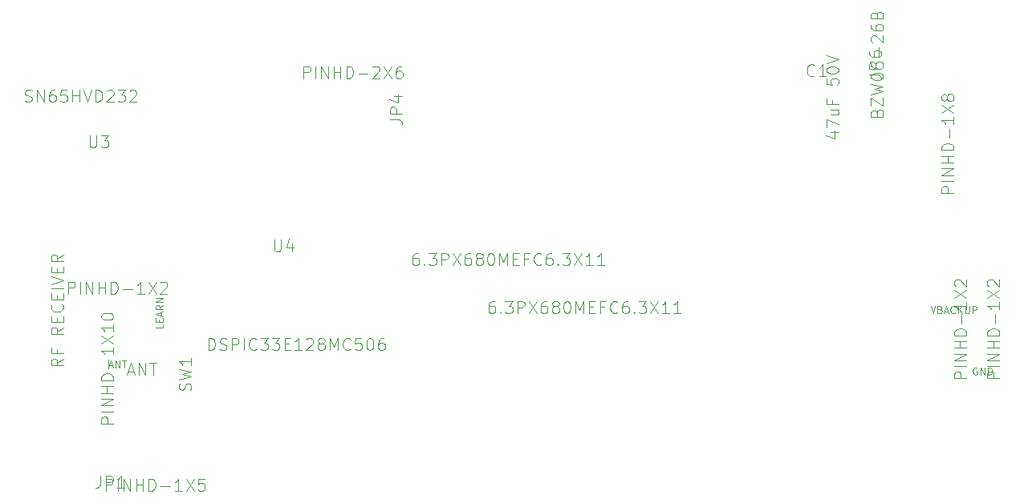
<source format=gbo>
G04 (created by PCBNEW (2013-07-07 BZR 4022)-stable) date 1/10/2014 11:06:00 AM*
%MOIN*%
G04 Gerber Fmt 3.4, Leading zero omitted, Abs format*
%FSLAX34Y34*%
G01*
G70*
G90*
G04 APERTURE LIST*
%ADD10C,0.00590551*%
%ADD11C,0.0035*%
G04 APERTURE END LIST*
G54D10*
G54D11*
X39778Y-10194D02*
X39755Y-10217D01*
X39683Y-10241D01*
X39636Y-10241D01*
X39564Y-10217D01*
X39516Y-10170D01*
X39493Y-10122D01*
X39469Y-10027D01*
X39469Y-9956D01*
X39493Y-9860D01*
X39516Y-9813D01*
X39564Y-9765D01*
X39636Y-9741D01*
X39683Y-9741D01*
X39755Y-9765D01*
X39778Y-9789D01*
X40255Y-10241D02*
X39969Y-10241D01*
X40112Y-10241D02*
X40112Y-9741D01*
X40064Y-9813D01*
X40016Y-9860D01*
X39969Y-9884D01*
X40435Y-12578D02*
X40769Y-12578D01*
X40245Y-12697D02*
X40602Y-12816D01*
X40602Y-12507D01*
X40269Y-12364D02*
X40269Y-12030D01*
X40769Y-12245D01*
X40435Y-11626D02*
X40769Y-11626D01*
X40435Y-11840D02*
X40697Y-11840D01*
X40745Y-11816D01*
X40769Y-11768D01*
X40769Y-11697D01*
X40745Y-11649D01*
X40721Y-11626D01*
X40507Y-11221D02*
X40507Y-11387D01*
X40769Y-11387D02*
X40269Y-11387D01*
X40269Y-11149D01*
X40269Y-10340D02*
X40269Y-10578D01*
X40507Y-10602D01*
X40483Y-10578D01*
X40459Y-10530D01*
X40459Y-10411D01*
X40483Y-10364D01*
X40507Y-10340D01*
X40555Y-10316D01*
X40674Y-10316D01*
X40721Y-10340D01*
X40745Y-10364D01*
X40769Y-10411D01*
X40769Y-10530D01*
X40745Y-10578D01*
X40721Y-10602D01*
X40269Y-10007D02*
X40269Y-9959D01*
X40293Y-9911D01*
X40316Y-9887D01*
X40364Y-9864D01*
X40459Y-9840D01*
X40578Y-9840D01*
X40674Y-9864D01*
X40721Y-9887D01*
X40745Y-9911D01*
X40769Y-9959D01*
X40769Y-10007D01*
X40745Y-10054D01*
X40721Y-10078D01*
X40674Y-10102D01*
X40578Y-10126D01*
X40459Y-10126D01*
X40364Y-10102D01*
X40316Y-10078D01*
X40293Y-10054D01*
X40269Y-10007D01*
X40269Y-9697D02*
X40769Y-9530D01*
X40269Y-9364D01*
X10114Y-26867D02*
X10114Y-27224D01*
X10091Y-27296D01*
X10043Y-27343D01*
X9971Y-27367D01*
X9924Y-27367D01*
X10352Y-27367D02*
X10352Y-26867D01*
X10543Y-26867D01*
X10591Y-26891D01*
X10614Y-26915D01*
X10638Y-26962D01*
X10638Y-27034D01*
X10614Y-27082D01*
X10591Y-27105D01*
X10543Y-27129D01*
X10352Y-27129D01*
X11114Y-27367D02*
X10829Y-27367D01*
X10971Y-27367D02*
X10971Y-26867D01*
X10924Y-26939D01*
X10876Y-26986D01*
X10829Y-27010D01*
X10338Y-27481D02*
X10338Y-26981D01*
X10528Y-26981D01*
X10576Y-27005D01*
X10600Y-27029D01*
X10623Y-27077D01*
X10623Y-27148D01*
X10600Y-27196D01*
X10576Y-27220D01*
X10528Y-27243D01*
X10338Y-27243D01*
X10838Y-27481D02*
X10838Y-26981D01*
X11076Y-27481D02*
X11076Y-26981D01*
X11362Y-27481D01*
X11362Y-26981D01*
X11600Y-27481D02*
X11600Y-26981D01*
X11600Y-27220D02*
X11885Y-27220D01*
X11885Y-27481D02*
X11885Y-26981D01*
X12123Y-27481D02*
X12123Y-26981D01*
X12242Y-26981D01*
X12314Y-27005D01*
X12362Y-27053D01*
X12385Y-27100D01*
X12409Y-27196D01*
X12409Y-27267D01*
X12385Y-27362D01*
X12362Y-27410D01*
X12314Y-27458D01*
X12242Y-27481D01*
X12123Y-27481D01*
X12623Y-27291D02*
X13004Y-27291D01*
X13504Y-27481D02*
X13219Y-27481D01*
X13362Y-27481D02*
X13362Y-26981D01*
X13314Y-27053D01*
X13266Y-27100D01*
X13219Y-27124D01*
X13671Y-26981D02*
X14004Y-27481D01*
X14004Y-26981D02*
X13671Y-27481D01*
X14433Y-26981D02*
X14195Y-26981D01*
X14171Y-27220D01*
X14195Y-27196D01*
X14242Y-27172D01*
X14362Y-27172D01*
X14409Y-27196D01*
X14433Y-27220D01*
X14457Y-27267D01*
X14457Y-27386D01*
X14433Y-27434D01*
X14409Y-27458D01*
X14362Y-27481D01*
X14242Y-27481D01*
X14195Y-27458D01*
X14171Y-27434D01*
X22143Y-12030D02*
X22500Y-12030D01*
X22571Y-12054D01*
X22619Y-12102D01*
X22643Y-12173D01*
X22643Y-12221D01*
X22643Y-11792D02*
X22143Y-11792D01*
X22143Y-11602D01*
X22167Y-11554D01*
X22190Y-11530D01*
X22238Y-11507D01*
X22309Y-11507D01*
X22357Y-11530D01*
X22381Y-11554D01*
X22405Y-11602D01*
X22405Y-11792D01*
X22309Y-11078D02*
X22643Y-11078D01*
X22119Y-11197D02*
X22476Y-11316D01*
X22476Y-11007D01*
X18546Y-10316D02*
X18546Y-9816D01*
X18737Y-9816D01*
X18784Y-9840D01*
X18808Y-9864D01*
X18832Y-9911D01*
X18832Y-9983D01*
X18808Y-10030D01*
X18784Y-10054D01*
X18737Y-10078D01*
X18546Y-10078D01*
X19046Y-10316D02*
X19046Y-9816D01*
X19284Y-10316D02*
X19284Y-9816D01*
X19570Y-10316D01*
X19570Y-9816D01*
X19808Y-10316D02*
X19808Y-9816D01*
X19808Y-10054D02*
X20094Y-10054D01*
X20094Y-10316D02*
X20094Y-9816D01*
X20332Y-10316D02*
X20332Y-9816D01*
X20451Y-9816D01*
X20523Y-9840D01*
X20570Y-9887D01*
X20594Y-9935D01*
X20618Y-10030D01*
X20618Y-10102D01*
X20594Y-10197D01*
X20570Y-10245D01*
X20523Y-10292D01*
X20451Y-10316D01*
X20332Y-10316D01*
X20832Y-10126D02*
X21213Y-10126D01*
X21427Y-9864D02*
X21451Y-9840D01*
X21499Y-9816D01*
X21618Y-9816D01*
X21665Y-9840D01*
X21689Y-9864D01*
X21713Y-9911D01*
X21713Y-9959D01*
X21689Y-10030D01*
X21404Y-10316D01*
X21713Y-10316D01*
X21880Y-9816D02*
X22213Y-10316D01*
X22213Y-9816D02*
X21880Y-10316D01*
X22618Y-9816D02*
X22523Y-9816D01*
X22475Y-9840D01*
X22451Y-9864D01*
X22404Y-9935D01*
X22380Y-10030D01*
X22380Y-10221D01*
X22404Y-10268D01*
X22427Y-10292D01*
X22475Y-10316D01*
X22570Y-10316D01*
X22618Y-10292D01*
X22642Y-10268D01*
X22665Y-10221D01*
X22665Y-10102D01*
X22642Y-10054D01*
X22618Y-10030D01*
X22570Y-10007D01*
X22475Y-10007D01*
X22427Y-10030D01*
X22404Y-10054D01*
X22380Y-10102D01*
X44600Y-19804D02*
X44699Y-20099D01*
X44797Y-19804D01*
X44994Y-19945D02*
X45036Y-19959D01*
X45050Y-19973D01*
X45064Y-20001D01*
X45064Y-20043D01*
X45050Y-20071D01*
X45036Y-20085D01*
X45008Y-20099D01*
X44895Y-20099D01*
X44895Y-19804D01*
X44994Y-19804D01*
X45022Y-19818D01*
X45036Y-19832D01*
X45050Y-19860D01*
X45050Y-19888D01*
X45036Y-19917D01*
X45022Y-19931D01*
X44994Y-19945D01*
X44895Y-19945D01*
X45177Y-20015D02*
X45317Y-20015D01*
X45149Y-20099D02*
X45247Y-19804D01*
X45345Y-20099D01*
X45613Y-20071D02*
X45598Y-20085D01*
X45556Y-20099D01*
X45528Y-20099D01*
X45486Y-20085D01*
X45458Y-20057D01*
X45444Y-20029D01*
X45430Y-19973D01*
X45430Y-19931D01*
X45444Y-19874D01*
X45458Y-19846D01*
X45486Y-19818D01*
X45528Y-19804D01*
X45556Y-19804D01*
X45598Y-19818D01*
X45613Y-19832D01*
X45739Y-20099D02*
X45739Y-19804D01*
X45908Y-20099D02*
X45781Y-19931D01*
X45908Y-19804D02*
X45739Y-19973D01*
X46034Y-19804D02*
X46034Y-20043D01*
X46048Y-20071D01*
X46062Y-20085D01*
X46091Y-20099D01*
X46147Y-20099D01*
X46175Y-20085D01*
X46189Y-20071D01*
X46203Y-20043D01*
X46203Y-19804D01*
X46344Y-20099D02*
X46344Y-19804D01*
X46456Y-19804D01*
X46484Y-19818D01*
X46498Y-19832D01*
X46512Y-19860D01*
X46512Y-19902D01*
X46498Y-19931D01*
X46484Y-19945D01*
X46456Y-19959D01*
X46344Y-19959D01*
X46084Y-22807D02*
X45584Y-22807D01*
X45584Y-22616D01*
X45608Y-22569D01*
X45631Y-22545D01*
X45679Y-22521D01*
X45750Y-22521D01*
X45798Y-22545D01*
X45822Y-22569D01*
X45846Y-22616D01*
X45846Y-22807D01*
X46084Y-22307D02*
X45584Y-22307D01*
X46084Y-22069D02*
X45584Y-22069D01*
X46084Y-21783D01*
X45584Y-21783D01*
X46084Y-21545D02*
X45584Y-21545D01*
X45822Y-21545D02*
X45822Y-21259D01*
X46084Y-21259D02*
X45584Y-21259D01*
X46084Y-21021D02*
X45584Y-21021D01*
X45584Y-20902D01*
X45608Y-20831D01*
X45655Y-20783D01*
X45703Y-20759D01*
X45798Y-20736D01*
X45869Y-20736D01*
X45965Y-20759D01*
X46012Y-20783D01*
X46060Y-20831D01*
X46084Y-20902D01*
X46084Y-21021D01*
X45893Y-20521D02*
X45893Y-20140D01*
X46084Y-19640D02*
X46084Y-19926D01*
X46084Y-19783D02*
X45584Y-19783D01*
X45655Y-19831D01*
X45703Y-19878D01*
X45727Y-19926D01*
X45584Y-19474D02*
X46084Y-19140D01*
X45584Y-19140D02*
X46084Y-19474D01*
X45631Y-18974D02*
X45608Y-18950D01*
X45584Y-18902D01*
X45584Y-18783D01*
X45608Y-18736D01*
X45631Y-18712D01*
X45679Y-18688D01*
X45727Y-18688D01*
X45798Y-18712D01*
X46084Y-18997D01*
X46084Y-18688D01*
X42044Y-10160D02*
X42402Y-10160D01*
X42473Y-10184D01*
X42521Y-10232D01*
X42544Y-10303D01*
X42544Y-10351D01*
X42544Y-9922D02*
X42044Y-9922D01*
X42044Y-9732D01*
X42068Y-9684D01*
X42092Y-9660D01*
X42140Y-9636D01*
X42211Y-9636D01*
X42259Y-9660D01*
X42282Y-9684D01*
X42306Y-9732D01*
X42306Y-9922D01*
X42044Y-9208D02*
X42044Y-9303D01*
X42068Y-9351D01*
X42092Y-9375D01*
X42163Y-9422D01*
X42259Y-9446D01*
X42449Y-9446D01*
X42497Y-9422D01*
X42521Y-9398D01*
X42544Y-9351D01*
X42544Y-9255D01*
X42521Y-9208D01*
X42497Y-9184D01*
X42449Y-9160D01*
X42330Y-9160D01*
X42282Y-9184D01*
X42259Y-9208D01*
X42235Y-9255D01*
X42235Y-9351D01*
X42259Y-9398D01*
X42282Y-9422D01*
X42330Y-9446D01*
X42365Y-11751D02*
X42389Y-11680D01*
X42413Y-11656D01*
X42460Y-11632D01*
X42532Y-11632D01*
X42579Y-11656D01*
X42603Y-11680D01*
X42627Y-11728D01*
X42627Y-11918D01*
X42127Y-11918D01*
X42127Y-11751D01*
X42151Y-11704D01*
X42175Y-11680D01*
X42222Y-11656D01*
X42270Y-11656D01*
X42318Y-11680D01*
X42341Y-11704D01*
X42365Y-11751D01*
X42365Y-11918D01*
X42127Y-11466D02*
X42127Y-11132D01*
X42627Y-11466D01*
X42627Y-11132D01*
X42127Y-10990D02*
X42627Y-10871D01*
X42270Y-10775D01*
X42627Y-10680D01*
X42127Y-10561D01*
X42127Y-10275D02*
X42127Y-10228D01*
X42151Y-10180D01*
X42175Y-10156D01*
X42222Y-10132D01*
X42318Y-10109D01*
X42437Y-10109D01*
X42532Y-10132D01*
X42579Y-10156D01*
X42603Y-10180D01*
X42627Y-10228D01*
X42627Y-10275D01*
X42603Y-10323D01*
X42579Y-10347D01*
X42532Y-10371D01*
X42437Y-10394D01*
X42318Y-10394D01*
X42222Y-10371D01*
X42175Y-10347D01*
X42151Y-10323D01*
X42127Y-10275D01*
X42127Y-9680D02*
X42127Y-9775D01*
X42151Y-9823D01*
X42175Y-9847D01*
X42246Y-9894D01*
X42341Y-9918D01*
X42532Y-9918D01*
X42579Y-9894D01*
X42603Y-9871D01*
X42627Y-9823D01*
X42627Y-9728D01*
X42603Y-9680D01*
X42579Y-9656D01*
X42532Y-9632D01*
X42413Y-9632D01*
X42365Y-9656D01*
X42341Y-9680D01*
X42318Y-9728D01*
X42318Y-9823D01*
X42341Y-9871D01*
X42365Y-9894D01*
X42413Y-9918D01*
X42437Y-9418D02*
X42437Y-9037D01*
X42175Y-8823D02*
X42151Y-8799D01*
X42127Y-8751D01*
X42127Y-8632D01*
X42151Y-8585D01*
X42175Y-8561D01*
X42222Y-8537D01*
X42270Y-8537D01*
X42341Y-8561D01*
X42627Y-8847D01*
X42627Y-8537D01*
X42127Y-8109D02*
X42127Y-8204D01*
X42151Y-8251D01*
X42175Y-8275D01*
X42246Y-8323D01*
X42341Y-8347D01*
X42532Y-8347D01*
X42579Y-8323D01*
X42603Y-8299D01*
X42627Y-8251D01*
X42627Y-8156D01*
X42603Y-8109D01*
X42579Y-8085D01*
X42532Y-8061D01*
X42413Y-8061D01*
X42365Y-8085D01*
X42341Y-8109D01*
X42318Y-8156D01*
X42318Y-8251D01*
X42341Y-8299D01*
X42365Y-8323D01*
X42413Y-8347D01*
X42365Y-7680D02*
X42389Y-7609D01*
X42413Y-7585D01*
X42460Y-7561D01*
X42532Y-7561D01*
X42579Y-7585D01*
X42603Y-7609D01*
X42627Y-7656D01*
X42627Y-7847D01*
X42127Y-7847D01*
X42127Y-7680D01*
X42151Y-7632D01*
X42175Y-7609D01*
X42222Y-7585D01*
X42270Y-7585D01*
X42318Y-7609D01*
X42341Y-7632D01*
X42365Y-7680D01*
X42365Y-7847D01*
X23309Y-17600D02*
X23213Y-17600D01*
X23166Y-17623D01*
X23142Y-17647D01*
X23094Y-17719D01*
X23070Y-17814D01*
X23070Y-18004D01*
X23094Y-18052D01*
X23118Y-18076D01*
X23166Y-18100D01*
X23261Y-18100D01*
X23309Y-18076D01*
X23332Y-18052D01*
X23356Y-18004D01*
X23356Y-17885D01*
X23332Y-17838D01*
X23309Y-17814D01*
X23261Y-17790D01*
X23166Y-17790D01*
X23118Y-17814D01*
X23094Y-17838D01*
X23070Y-17885D01*
X23570Y-18052D02*
X23594Y-18076D01*
X23570Y-18100D01*
X23547Y-18076D01*
X23570Y-18052D01*
X23570Y-18100D01*
X23761Y-17600D02*
X24070Y-17600D01*
X23904Y-17790D01*
X23975Y-17790D01*
X24023Y-17814D01*
X24047Y-17838D01*
X24070Y-17885D01*
X24070Y-18004D01*
X24047Y-18052D01*
X24023Y-18076D01*
X23975Y-18100D01*
X23832Y-18100D01*
X23785Y-18076D01*
X23761Y-18052D01*
X24285Y-18100D02*
X24285Y-17600D01*
X24475Y-17600D01*
X24523Y-17623D01*
X24547Y-17647D01*
X24570Y-17695D01*
X24570Y-17766D01*
X24547Y-17814D01*
X24523Y-17838D01*
X24475Y-17861D01*
X24285Y-17861D01*
X24737Y-17600D02*
X25070Y-18100D01*
X25070Y-17600D02*
X24737Y-18100D01*
X25475Y-17600D02*
X25380Y-17600D01*
X25332Y-17623D01*
X25309Y-17647D01*
X25261Y-17719D01*
X25237Y-17814D01*
X25237Y-18004D01*
X25261Y-18052D01*
X25285Y-18076D01*
X25332Y-18100D01*
X25428Y-18100D01*
X25475Y-18076D01*
X25499Y-18052D01*
X25523Y-18004D01*
X25523Y-17885D01*
X25499Y-17838D01*
X25475Y-17814D01*
X25428Y-17790D01*
X25332Y-17790D01*
X25285Y-17814D01*
X25261Y-17838D01*
X25237Y-17885D01*
X25809Y-17814D02*
X25761Y-17790D01*
X25737Y-17766D01*
X25713Y-17719D01*
X25713Y-17695D01*
X25737Y-17647D01*
X25761Y-17623D01*
X25809Y-17600D01*
X25904Y-17600D01*
X25951Y-17623D01*
X25975Y-17647D01*
X25999Y-17695D01*
X25999Y-17719D01*
X25975Y-17766D01*
X25951Y-17790D01*
X25904Y-17814D01*
X25809Y-17814D01*
X25761Y-17838D01*
X25737Y-17861D01*
X25713Y-17909D01*
X25713Y-18004D01*
X25737Y-18052D01*
X25761Y-18076D01*
X25809Y-18100D01*
X25904Y-18100D01*
X25951Y-18076D01*
X25975Y-18052D01*
X25999Y-18004D01*
X25999Y-17909D01*
X25975Y-17861D01*
X25951Y-17838D01*
X25904Y-17814D01*
X26309Y-17600D02*
X26356Y-17600D01*
X26404Y-17623D01*
X26428Y-17647D01*
X26451Y-17695D01*
X26475Y-17790D01*
X26475Y-17909D01*
X26451Y-18004D01*
X26428Y-18052D01*
X26404Y-18076D01*
X26356Y-18100D01*
X26309Y-18100D01*
X26261Y-18076D01*
X26237Y-18052D01*
X26213Y-18004D01*
X26190Y-17909D01*
X26190Y-17790D01*
X26213Y-17695D01*
X26237Y-17647D01*
X26261Y-17623D01*
X26309Y-17600D01*
X26690Y-18100D02*
X26690Y-17600D01*
X26856Y-17957D01*
X27023Y-17600D01*
X27023Y-18100D01*
X27261Y-17838D02*
X27428Y-17838D01*
X27499Y-18100D02*
X27261Y-18100D01*
X27261Y-17600D01*
X27499Y-17600D01*
X27880Y-17838D02*
X27713Y-17838D01*
X27713Y-18100D02*
X27713Y-17600D01*
X27951Y-17600D01*
X28428Y-18052D02*
X28404Y-18076D01*
X28332Y-18100D01*
X28285Y-18100D01*
X28213Y-18076D01*
X28166Y-18028D01*
X28142Y-17980D01*
X28118Y-17885D01*
X28118Y-17814D01*
X28142Y-17719D01*
X28166Y-17671D01*
X28213Y-17623D01*
X28285Y-17600D01*
X28332Y-17600D01*
X28404Y-17623D01*
X28428Y-17647D01*
X28856Y-17600D02*
X28761Y-17600D01*
X28713Y-17623D01*
X28690Y-17647D01*
X28642Y-17719D01*
X28618Y-17814D01*
X28618Y-18004D01*
X28642Y-18052D01*
X28666Y-18076D01*
X28713Y-18100D01*
X28809Y-18100D01*
X28856Y-18076D01*
X28880Y-18052D01*
X28904Y-18004D01*
X28904Y-17885D01*
X28880Y-17838D01*
X28856Y-17814D01*
X28809Y-17790D01*
X28713Y-17790D01*
X28666Y-17814D01*
X28642Y-17838D01*
X28618Y-17885D01*
X29118Y-18052D02*
X29142Y-18076D01*
X29118Y-18100D01*
X29094Y-18076D01*
X29118Y-18052D01*
X29118Y-18100D01*
X29309Y-17600D02*
X29618Y-17600D01*
X29451Y-17790D01*
X29523Y-17790D01*
X29570Y-17814D01*
X29594Y-17838D01*
X29618Y-17885D01*
X29618Y-18004D01*
X29594Y-18052D01*
X29570Y-18076D01*
X29523Y-18100D01*
X29380Y-18100D01*
X29332Y-18076D01*
X29309Y-18052D01*
X29785Y-17600D02*
X30118Y-18100D01*
X30118Y-17600D02*
X29785Y-18100D01*
X30570Y-18100D02*
X30285Y-18100D01*
X30428Y-18100D02*
X30428Y-17600D01*
X30380Y-17671D01*
X30332Y-17719D01*
X30285Y-17742D01*
X31047Y-18100D02*
X30761Y-18100D01*
X30904Y-18100D02*
X30904Y-17600D01*
X30856Y-17671D01*
X30809Y-17719D01*
X30761Y-17742D01*
X26474Y-19600D02*
X26379Y-19600D01*
X26331Y-19623D01*
X26307Y-19647D01*
X26260Y-19719D01*
X26236Y-19814D01*
X26236Y-20004D01*
X26260Y-20052D01*
X26283Y-20076D01*
X26331Y-20100D01*
X26426Y-20100D01*
X26474Y-20076D01*
X26498Y-20052D01*
X26522Y-20004D01*
X26522Y-19885D01*
X26498Y-19838D01*
X26474Y-19814D01*
X26426Y-19790D01*
X26331Y-19790D01*
X26283Y-19814D01*
X26260Y-19838D01*
X26236Y-19885D01*
X26736Y-20052D02*
X26760Y-20076D01*
X26736Y-20100D01*
X26712Y-20076D01*
X26736Y-20052D01*
X26736Y-20100D01*
X26926Y-19600D02*
X27236Y-19600D01*
X27069Y-19790D01*
X27141Y-19790D01*
X27188Y-19814D01*
X27212Y-19838D01*
X27236Y-19885D01*
X27236Y-20004D01*
X27212Y-20052D01*
X27188Y-20076D01*
X27141Y-20100D01*
X26998Y-20100D01*
X26950Y-20076D01*
X26926Y-20052D01*
X27450Y-20100D02*
X27450Y-19600D01*
X27641Y-19600D01*
X27688Y-19623D01*
X27712Y-19647D01*
X27736Y-19695D01*
X27736Y-19766D01*
X27712Y-19814D01*
X27688Y-19838D01*
X27641Y-19861D01*
X27450Y-19861D01*
X27902Y-19600D02*
X28236Y-20100D01*
X28236Y-19600D02*
X27902Y-20100D01*
X28641Y-19600D02*
X28545Y-19600D01*
X28498Y-19623D01*
X28474Y-19647D01*
X28426Y-19719D01*
X28402Y-19814D01*
X28402Y-20004D01*
X28426Y-20052D01*
X28450Y-20076D01*
X28498Y-20100D01*
X28593Y-20100D01*
X28641Y-20076D01*
X28664Y-20052D01*
X28688Y-20004D01*
X28688Y-19885D01*
X28664Y-19838D01*
X28641Y-19814D01*
X28593Y-19790D01*
X28498Y-19790D01*
X28450Y-19814D01*
X28426Y-19838D01*
X28402Y-19885D01*
X28974Y-19814D02*
X28926Y-19790D01*
X28902Y-19766D01*
X28879Y-19719D01*
X28879Y-19695D01*
X28902Y-19647D01*
X28926Y-19623D01*
X28974Y-19600D01*
X29069Y-19600D01*
X29117Y-19623D01*
X29141Y-19647D01*
X29164Y-19695D01*
X29164Y-19719D01*
X29141Y-19766D01*
X29117Y-19790D01*
X29069Y-19814D01*
X28974Y-19814D01*
X28926Y-19838D01*
X28902Y-19861D01*
X28879Y-19909D01*
X28879Y-20004D01*
X28902Y-20052D01*
X28926Y-20076D01*
X28974Y-20100D01*
X29069Y-20100D01*
X29117Y-20076D01*
X29141Y-20052D01*
X29164Y-20004D01*
X29164Y-19909D01*
X29141Y-19861D01*
X29117Y-19838D01*
X29069Y-19814D01*
X29474Y-19600D02*
X29522Y-19600D01*
X29569Y-19623D01*
X29593Y-19647D01*
X29617Y-19695D01*
X29641Y-19790D01*
X29641Y-19909D01*
X29617Y-20004D01*
X29593Y-20052D01*
X29569Y-20076D01*
X29522Y-20100D01*
X29474Y-20100D01*
X29426Y-20076D01*
X29402Y-20052D01*
X29379Y-20004D01*
X29355Y-19909D01*
X29355Y-19790D01*
X29379Y-19695D01*
X29402Y-19647D01*
X29426Y-19623D01*
X29474Y-19600D01*
X29855Y-20100D02*
X29855Y-19600D01*
X30022Y-19957D01*
X30188Y-19600D01*
X30188Y-20100D01*
X30426Y-19838D02*
X30593Y-19838D01*
X30664Y-20100D02*
X30426Y-20100D01*
X30426Y-19600D01*
X30664Y-19600D01*
X31045Y-19838D02*
X30879Y-19838D01*
X30879Y-20100D02*
X30879Y-19600D01*
X31117Y-19600D01*
X31593Y-20052D02*
X31569Y-20076D01*
X31498Y-20100D01*
X31450Y-20100D01*
X31379Y-20076D01*
X31331Y-20028D01*
X31307Y-19980D01*
X31283Y-19885D01*
X31283Y-19814D01*
X31307Y-19719D01*
X31331Y-19671D01*
X31379Y-19623D01*
X31450Y-19600D01*
X31498Y-19600D01*
X31569Y-19623D01*
X31593Y-19647D01*
X32022Y-19600D02*
X31926Y-19600D01*
X31879Y-19623D01*
X31855Y-19647D01*
X31807Y-19719D01*
X31783Y-19814D01*
X31783Y-20004D01*
X31807Y-20052D01*
X31831Y-20076D01*
X31879Y-20100D01*
X31974Y-20100D01*
X32022Y-20076D01*
X32045Y-20052D01*
X32069Y-20004D01*
X32069Y-19885D01*
X32045Y-19838D01*
X32022Y-19814D01*
X31974Y-19790D01*
X31879Y-19790D01*
X31831Y-19814D01*
X31807Y-19838D01*
X31783Y-19885D01*
X32283Y-20052D02*
X32307Y-20076D01*
X32283Y-20100D01*
X32260Y-20076D01*
X32283Y-20052D01*
X32283Y-20100D01*
X32474Y-19600D02*
X32783Y-19600D01*
X32617Y-19790D01*
X32688Y-19790D01*
X32736Y-19814D01*
X32760Y-19838D01*
X32783Y-19885D01*
X32783Y-20004D01*
X32760Y-20052D01*
X32736Y-20076D01*
X32688Y-20100D01*
X32545Y-20100D01*
X32498Y-20076D01*
X32474Y-20052D01*
X32950Y-19600D02*
X33283Y-20100D01*
X33283Y-19600D02*
X32950Y-20100D01*
X33736Y-20100D02*
X33450Y-20100D01*
X33593Y-20100D02*
X33593Y-19600D01*
X33545Y-19671D01*
X33498Y-19719D01*
X33450Y-19742D01*
X34212Y-20100D02*
X33926Y-20100D01*
X34069Y-20100D02*
X34069Y-19600D01*
X34022Y-19671D01*
X33974Y-19719D01*
X33926Y-19742D01*
X8568Y-21992D02*
X8330Y-22158D01*
X8568Y-22277D02*
X8068Y-22277D01*
X8068Y-22087D01*
X8092Y-22039D01*
X8116Y-22016D01*
X8163Y-21992D01*
X8235Y-21992D01*
X8282Y-22016D01*
X8306Y-22039D01*
X8330Y-22087D01*
X8330Y-22277D01*
X8306Y-21611D02*
X8306Y-21777D01*
X8568Y-21777D02*
X8068Y-21777D01*
X8068Y-21539D01*
X8568Y-20682D02*
X8330Y-20849D01*
X8568Y-20968D02*
X8068Y-20968D01*
X8068Y-20777D01*
X8092Y-20730D01*
X8116Y-20706D01*
X8163Y-20682D01*
X8235Y-20682D01*
X8282Y-20706D01*
X8306Y-20730D01*
X8330Y-20777D01*
X8330Y-20968D01*
X8306Y-20468D02*
X8306Y-20301D01*
X8568Y-20230D02*
X8568Y-20468D01*
X8068Y-20468D01*
X8068Y-20230D01*
X8520Y-19730D02*
X8544Y-19754D01*
X8568Y-19825D01*
X8568Y-19873D01*
X8544Y-19944D01*
X8497Y-19992D01*
X8449Y-20016D01*
X8354Y-20039D01*
X8282Y-20039D01*
X8187Y-20016D01*
X8139Y-19992D01*
X8092Y-19944D01*
X8068Y-19873D01*
X8068Y-19825D01*
X8092Y-19754D01*
X8116Y-19730D01*
X8306Y-19516D02*
X8306Y-19349D01*
X8568Y-19277D02*
X8568Y-19516D01*
X8068Y-19516D01*
X8068Y-19277D01*
X8568Y-19063D02*
X8068Y-19063D01*
X8068Y-18896D02*
X8568Y-18730D01*
X8068Y-18563D01*
X8306Y-18396D02*
X8306Y-18230D01*
X8568Y-18158D02*
X8568Y-18396D01*
X8068Y-18396D01*
X8068Y-18158D01*
X8568Y-17658D02*
X8330Y-17825D01*
X8568Y-17944D02*
X8068Y-17944D01*
X8068Y-17754D01*
X8092Y-17706D01*
X8116Y-17682D01*
X8163Y-17658D01*
X8235Y-17658D01*
X8282Y-17682D01*
X8306Y-17706D01*
X8330Y-17754D01*
X8330Y-17944D01*
X10651Y-24683D02*
X10151Y-24683D01*
X10151Y-24492D01*
X10175Y-24445D01*
X10198Y-24421D01*
X10246Y-24397D01*
X10317Y-24397D01*
X10365Y-24421D01*
X10389Y-24445D01*
X10413Y-24492D01*
X10413Y-24683D01*
X10651Y-24183D02*
X10151Y-24183D01*
X10651Y-23945D02*
X10151Y-23945D01*
X10651Y-23659D01*
X10151Y-23659D01*
X10651Y-23421D02*
X10151Y-23421D01*
X10389Y-23421D02*
X10389Y-23135D01*
X10651Y-23135D02*
X10151Y-23135D01*
X10651Y-22897D02*
X10151Y-22897D01*
X10151Y-22778D01*
X10175Y-22707D01*
X10222Y-22659D01*
X10270Y-22635D01*
X10365Y-22611D01*
X10436Y-22611D01*
X10532Y-22635D01*
X10579Y-22659D01*
X10627Y-22707D01*
X10651Y-22778D01*
X10651Y-22897D01*
X10460Y-22397D02*
X10460Y-22016D01*
X10651Y-21516D02*
X10651Y-21802D01*
X10651Y-21659D02*
X10151Y-21659D01*
X10222Y-21707D01*
X10270Y-21754D01*
X10294Y-21802D01*
X10151Y-21350D02*
X10651Y-21016D01*
X10151Y-21016D02*
X10651Y-21350D01*
X10651Y-20564D02*
X10651Y-20850D01*
X10651Y-20707D02*
X10151Y-20707D01*
X10222Y-20754D01*
X10270Y-20802D01*
X10294Y-20850D01*
X10151Y-20254D02*
X10151Y-20207D01*
X10175Y-20159D01*
X10198Y-20135D01*
X10246Y-20111D01*
X10341Y-20088D01*
X10460Y-20088D01*
X10555Y-20111D01*
X10603Y-20135D01*
X10627Y-20159D01*
X10651Y-20207D01*
X10651Y-20254D01*
X10627Y-20302D01*
X10603Y-20326D01*
X10555Y-20350D01*
X10460Y-20373D01*
X10341Y-20373D01*
X10246Y-20350D01*
X10198Y-20326D01*
X10175Y-20302D01*
X10151Y-20254D01*
X10489Y-22279D02*
X10629Y-22279D01*
X10461Y-22363D02*
X10559Y-22068D01*
X10658Y-22363D01*
X10756Y-22363D02*
X10756Y-22068D01*
X10925Y-22363D01*
X10925Y-22068D01*
X11023Y-22068D02*
X11192Y-22068D01*
X11107Y-22363D02*
X11107Y-22068D01*
X11255Y-22516D02*
X11493Y-22516D01*
X11207Y-22659D02*
X11374Y-22159D01*
X11541Y-22659D01*
X11707Y-22659D02*
X11707Y-22159D01*
X11993Y-22659D01*
X11993Y-22159D01*
X12160Y-22159D02*
X12445Y-22159D01*
X12302Y-22659D02*
X12302Y-22159D01*
X12717Y-20549D02*
X12717Y-20690D01*
X12422Y-20690D01*
X12563Y-20451D02*
X12563Y-20352D01*
X12717Y-20310D02*
X12717Y-20451D01*
X12422Y-20451D01*
X12422Y-20310D01*
X12633Y-20198D02*
X12633Y-20057D01*
X12717Y-20226D02*
X12422Y-20127D01*
X12717Y-20029D01*
X12717Y-19762D02*
X12577Y-19860D01*
X12717Y-19931D02*
X12422Y-19931D01*
X12422Y-19818D01*
X12436Y-19790D01*
X12450Y-19776D01*
X12478Y-19762D01*
X12521Y-19762D01*
X12549Y-19776D01*
X12563Y-19790D01*
X12577Y-19818D01*
X12577Y-19931D01*
X12717Y-19635D02*
X12422Y-19635D01*
X12717Y-19467D01*
X12422Y-19467D01*
X8771Y-19281D02*
X8771Y-18781D01*
X8961Y-18781D01*
X9009Y-18804D01*
X9033Y-18828D01*
X9056Y-18876D01*
X9056Y-18947D01*
X9033Y-18995D01*
X9009Y-19019D01*
X8961Y-19043D01*
X8771Y-19043D01*
X9271Y-19281D02*
X9271Y-18781D01*
X9509Y-19281D02*
X9509Y-18781D01*
X9795Y-19281D01*
X9795Y-18781D01*
X10033Y-19281D02*
X10033Y-18781D01*
X10033Y-19019D02*
X10318Y-19019D01*
X10318Y-19281D02*
X10318Y-18781D01*
X10556Y-19281D02*
X10556Y-18781D01*
X10676Y-18781D01*
X10747Y-18804D01*
X10795Y-18852D01*
X10818Y-18900D01*
X10842Y-18995D01*
X10842Y-19066D01*
X10818Y-19162D01*
X10795Y-19209D01*
X10747Y-19257D01*
X10676Y-19281D01*
X10556Y-19281D01*
X11056Y-19090D02*
X11437Y-19090D01*
X11937Y-19281D02*
X11652Y-19281D01*
X11795Y-19281D02*
X11795Y-18781D01*
X11747Y-18852D01*
X11699Y-18900D01*
X11652Y-18923D01*
X12104Y-18781D02*
X12437Y-19281D01*
X12437Y-18781D02*
X12104Y-19281D01*
X12604Y-18828D02*
X12628Y-18804D01*
X12676Y-18781D01*
X12795Y-18781D01*
X12842Y-18804D01*
X12866Y-18828D01*
X12890Y-18876D01*
X12890Y-18923D01*
X12866Y-18995D01*
X12580Y-19281D01*
X12890Y-19281D01*
X9669Y-12696D02*
X9669Y-13100D01*
X9692Y-13148D01*
X9716Y-13172D01*
X9764Y-13196D01*
X9859Y-13196D01*
X9907Y-13172D01*
X9930Y-13148D01*
X9954Y-13100D01*
X9954Y-12696D01*
X10145Y-12696D02*
X10454Y-12696D01*
X10288Y-12886D01*
X10359Y-12886D01*
X10407Y-12910D01*
X10430Y-12934D01*
X10454Y-12981D01*
X10454Y-13100D01*
X10430Y-13148D01*
X10407Y-13172D01*
X10359Y-13196D01*
X10216Y-13196D01*
X10169Y-13172D01*
X10145Y-13148D01*
X6978Y-11278D02*
X7050Y-11302D01*
X7169Y-11302D01*
X7216Y-11278D01*
X7240Y-11254D01*
X7264Y-11207D01*
X7264Y-11159D01*
X7240Y-11111D01*
X7216Y-11088D01*
X7169Y-11064D01*
X7073Y-11040D01*
X7026Y-11016D01*
X7002Y-10992D01*
X6978Y-10945D01*
X6978Y-10897D01*
X7002Y-10850D01*
X7026Y-10826D01*
X7073Y-10802D01*
X7192Y-10802D01*
X7264Y-10826D01*
X7478Y-11302D02*
X7478Y-10802D01*
X7764Y-11302D01*
X7764Y-10802D01*
X8216Y-10802D02*
X8121Y-10802D01*
X8073Y-10826D01*
X8050Y-10850D01*
X8002Y-10921D01*
X7978Y-11016D01*
X7978Y-11207D01*
X8002Y-11254D01*
X8026Y-11278D01*
X8073Y-11302D01*
X8169Y-11302D01*
X8216Y-11278D01*
X8240Y-11254D01*
X8264Y-11207D01*
X8264Y-11088D01*
X8240Y-11040D01*
X8216Y-11016D01*
X8169Y-10992D01*
X8073Y-10992D01*
X8026Y-11016D01*
X8002Y-11040D01*
X7978Y-11088D01*
X8716Y-10802D02*
X8478Y-10802D01*
X8454Y-11040D01*
X8478Y-11016D01*
X8526Y-10992D01*
X8645Y-10992D01*
X8692Y-11016D01*
X8716Y-11040D01*
X8740Y-11088D01*
X8740Y-11207D01*
X8716Y-11254D01*
X8692Y-11278D01*
X8645Y-11302D01*
X8526Y-11302D01*
X8478Y-11278D01*
X8454Y-11254D01*
X8954Y-11302D02*
X8954Y-10802D01*
X8954Y-11040D02*
X9240Y-11040D01*
X9240Y-11302D02*
X9240Y-10802D01*
X9407Y-10802D02*
X9573Y-11302D01*
X9740Y-10802D01*
X9907Y-11302D02*
X9907Y-10802D01*
X10026Y-10802D01*
X10097Y-10826D01*
X10145Y-10873D01*
X10169Y-10921D01*
X10192Y-11016D01*
X10192Y-11088D01*
X10169Y-11183D01*
X10145Y-11230D01*
X10097Y-11278D01*
X10026Y-11302D01*
X9907Y-11302D01*
X10383Y-10850D02*
X10407Y-10826D01*
X10454Y-10802D01*
X10573Y-10802D01*
X10621Y-10826D01*
X10645Y-10850D01*
X10669Y-10897D01*
X10669Y-10945D01*
X10645Y-11016D01*
X10359Y-11302D01*
X10669Y-11302D01*
X10835Y-10802D02*
X11145Y-10802D01*
X10978Y-10992D01*
X11050Y-10992D01*
X11097Y-11016D01*
X11121Y-11040D01*
X11145Y-11088D01*
X11145Y-11207D01*
X11121Y-11254D01*
X11097Y-11278D01*
X11050Y-11302D01*
X10907Y-11302D01*
X10859Y-11278D01*
X10835Y-11254D01*
X11335Y-10850D02*
X11359Y-10826D01*
X11407Y-10802D01*
X11526Y-10802D01*
X11573Y-10826D01*
X11597Y-10850D01*
X11621Y-10897D01*
X11621Y-10945D01*
X11597Y-11016D01*
X11311Y-11302D01*
X11621Y-11302D01*
X17335Y-17025D02*
X17335Y-17429D01*
X17359Y-17477D01*
X17383Y-17501D01*
X17430Y-17525D01*
X17526Y-17525D01*
X17573Y-17501D01*
X17597Y-17477D01*
X17621Y-17429D01*
X17621Y-17025D01*
X18073Y-17191D02*
X18073Y-17525D01*
X17954Y-17001D02*
X17835Y-17358D01*
X18145Y-17358D01*
X14599Y-21634D02*
X14599Y-21134D01*
X14718Y-21134D01*
X14789Y-21158D01*
X14837Y-21205D01*
X14861Y-21253D01*
X14884Y-21348D01*
X14884Y-21420D01*
X14861Y-21515D01*
X14837Y-21563D01*
X14789Y-21610D01*
X14718Y-21634D01*
X14599Y-21634D01*
X15075Y-21610D02*
X15146Y-21634D01*
X15265Y-21634D01*
X15313Y-21610D01*
X15337Y-21586D01*
X15361Y-21539D01*
X15361Y-21491D01*
X15337Y-21443D01*
X15313Y-21420D01*
X15265Y-21396D01*
X15170Y-21372D01*
X15122Y-21348D01*
X15099Y-21324D01*
X15075Y-21277D01*
X15075Y-21229D01*
X15099Y-21182D01*
X15122Y-21158D01*
X15170Y-21134D01*
X15289Y-21134D01*
X15361Y-21158D01*
X15575Y-21634D02*
X15575Y-21134D01*
X15765Y-21134D01*
X15813Y-21158D01*
X15837Y-21182D01*
X15861Y-21229D01*
X15861Y-21301D01*
X15837Y-21348D01*
X15813Y-21372D01*
X15765Y-21396D01*
X15575Y-21396D01*
X16075Y-21634D02*
X16075Y-21134D01*
X16599Y-21586D02*
X16575Y-21610D01*
X16503Y-21634D01*
X16456Y-21634D01*
X16384Y-21610D01*
X16337Y-21563D01*
X16313Y-21515D01*
X16289Y-21420D01*
X16289Y-21348D01*
X16313Y-21253D01*
X16337Y-21205D01*
X16384Y-21158D01*
X16456Y-21134D01*
X16503Y-21134D01*
X16575Y-21158D01*
X16599Y-21182D01*
X16765Y-21134D02*
X17075Y-21134D01*
X16908Y-21324D01*
X16980Y-21324D01*
X17027Y-21348D01*
X17051Y-21372D01*
X17075Y-21420D01*
X17075Y-21539D01*
X17051Y-21586D01*
X17027Y-21610D01*
X16980Y-21634D01*
X16837Y-21634D01*
X16789Y-21610D01*
X16765Y-21586D01*
X17242Y-21134D02*
X17551Y-21134D01*
X17384Y-21324D01*
X17456Y-21324D01*
X17503Y-21348D01*
X17527Y-21372D01*
X17551Y-21420D01*
X17551Y-21539D01*
X17527Y-21586D01*
X17503Y-21610D01*
X17456Y-21634D01*
X17313Y-21634D01*
X17265Y-21610D01*
X17242Y-21586D01*
X17765Y-21372D02*
X17932Y-21372D01*
X18003Y-21634D02*
X17765Y-21634D01*
X17765Y-21134D01*
X18003Y-21134D01*
X18480Y-21634D02*
X18194Y-21634D01*
X18337Y-21634D02*
X18337Y-21134D01*
X18289Y-21205D01*
X18242Y-21253D01*
X18194Y-21277D01*
X18670Y-21182D02*
X18694Y-21158D01*
X18742Y-21134D01*
X18861Y-21134D01*
X18908Y-21158D01*
X18932Y-21182D01*
X18956Y-21229D01*
X18956Y-21277D01*
X18932Y-21348D01*
X18646Y-21634D01*
X18956Y-21634D01*
X19242Y-21348D02*
X19194Y-21324D01*
X19170Y-21301D01*
X19146Y-21253D01*
X19146Y-21229D01*
X19170Y-21182D01*
X19194Y-21158D01*
X19242Y-21134D01*
X19337Y-21134D01*
X19384Y-21158D01*
X19408Y-21182D01*
X19432Y-21229D01*
X19432Y-21253D01*
X19408Y-21301D01*
X19384Y-21324D01*
X19337Y-21348D01*
X19242Y-21348D01*
X19194Y-21372D01*
X19170Y-21396D01*
X19146Y-21443D01*
X19146Y-21539D01*
X19170Y-21586D01*
X19194Y-21610D01*
X19242Y-21634D01*
X19337Y-21634D01*
X19384Y-21610D01*
X19408Y-21586D01*
X19432Y-21539D01*
X19432Y-21443D01*
X19408Y-21396D01*
X19384Y-21372D01*
X19337Y-21348D01*
X19646Y-21634D02*
X19646Y-21134D01*
X19813Y-21491D01*
X19980Y-21134D01*
X19980Y-21634D01*
X20503Y-21586D02*
X20480Y-21610D01*
X20408Y-21634D01*
X20361Y-21634D01*
X20289Y-21610D01*
X20242Y-21563D01*
X20218Y-21515D01*
X20194Y-21420D01*
X20194Y-21348D01*
X20218Y-21253D01*
X20242Y-21205D01*
X20289Y-21158D01*
X20361Y-21134D01*
X20408Y-21134D01*
X20480Y-21158D01*
X20503Y-21182D01*
X20956Y-21134D02*
X20718Y-21134D01*
X20694Y-21372D01*
X20718Y-21348D01*
X20765Y-21324D01*
X20884Y-21324D01*
X20932Y-21348D01*
X20956Y-21372D01*
X20980Y-21420D01*
X20980Y-21539D01*
X20956Y-21586D01*
X20932Y-21610D01*
X20884Y-21634D01*
X20765Y-21634D01*
X20718Y-21610D01*
X20694Y-21586D01*
X21289Y-21134D02*
X21337Y-21134D01*
X21384Y-21158D01*
X21408Y-21182D01*
X21432Y-21229D01*
X21456Y-21324D01*
X21456Y-21443D01*
X21432Y-21539D01*
X21408Y-21586D01*
X21384Y-21610D01*
X21337Y-21634D01*
X21289Y-21634D01*
X21242Y-21610D01*
X21218Y-21586D01*
X21194Y-21539D01*
X21170Y-21443D01*
X21170Y-21324D01*
X21194Y-21229D01*
X21218Y-21182D01*
X21242Y-21158D01*
X21289Y-21134D01*
X21884Y-21134D02*
X21789Y-21134D01*
X21742Y-21158D01*
X21718Y-21182D01*
X21670Y-21253D01*
X21646Y-21348D01*
X21646Y-21539D01*
X21670Y-21586D01*
X21694Y-21610D01*
X21742Y-21634D01*
X21837Y-21634D01*
X21884Y-21610D01*
X21908Y-21586D01*
X21932Y-21539D01*
X21932Y-21420D01*
X21908Y-21372D01*
X21884Y-21348D01*
X21837Y-21324D01*
X21742Y-21324D01*
X21694Y-21348D01*
X21670Y-21372D01*
X21646Y-21420D01*
X45560Y-15098D02*
X45060Y-15098D01*
X45060Y-14908D01*
X45084Y-14860D01*
X45108Y-14836D01*
X45155Y-14813D01*
X45227Y-14813D01*
X45274Y-14836D01*
X45298Y-14860D01*
X45322Y-14908D01*
X45322Y-15098D01*
X45560Y-14598D02*
X45060Y-14598D01*
X45560Y-14360D02*
X45060Y-14360D01*
X45560Y-14074D01*
X45060Y-14074D01*
X45560Y-13836D02*
X45060Y-13836D01*
X45298Y-13836D02*
X45298Y-13551D01*
X45560Y-13551D02*
X45060Y-13551D01*
X45560Y-13313D02*
X45060Y-13313D01*
X45060Y-13194D01*
X45084Y-13122D01*
X45132Y-13074D01*
X45179Y-13051D01*
X45274Y-13027D01*
X45346Y-13027D01*
X45441Y-13051D01*
X45489Y-13074D01*
X45536Y-13122D01*
X45560Y-13194D01*
X45560Y-13313D01*
X45370Y-12813D02*
X45370Y-12432D01*
X45560Y-11932D02*
X45560Y-12217D01*
X45560Y-12074D02*
X45060Y-12074D01*
X45132Y-12122D01*
X45179Y-12170D01*
X45203Y-12217D01*
X45060Y-11765D02*
X45560Y-11432D01*
X45060Y-11432D02*
X45560Y-11765D01*
X45274Y-11170D02*
X45251Y-11217D01*
X45227Y-11241D01*
X45179Y-11265D01*
X45155Y-11265D01*
X45108Y-11241D01*
X45084Y-11217D01*
X45060Y-11170D01*
X45060Y-11074D01*
X45084Y-11027D01*
X45108Y-11003D01*
X45155Y-10979D01*
X45179Y-10979D01*
X45227Y-11003D01*
X45251Y-11027D01*
X45274Y-11074D01*
X45274Y-11170D01*
X45298Y-11217D01*
X45322Y-11241D01*
X45370Y-11265D01*
X45465Y-11265D01*
X45513Y-11241D01*
X45536Y-11217D01*
X45560Y-11170D01*
X45560Y-11074D01*
X45536Y-11027D01*
X45513Y-11003D01*
X45465Y-10979D01*
X45370Y-10979D01*
X45322Y-11003D01*
X45298Y-11027D01*
X45274Y-11074D01*
X46526Y-22377D02*
X46498Y-22363D01*
X46456Y-22363D01*
X46414Y-22377D01*
X46386Y-22405D01*
X46372Y-22433D01*
X46358Y-22490D01*
X46358Y-22532D01*
X46372Y-22588D01*
X46386Y-22616D01*
X46414Y-22644D01*
X46456Y-22658D01*
X46484Y-22658D01*
X46526Y-22644D01*
X46541Y-22630D01*
X46541Y-22532D01*
X46484Y-22532D01*
X46667Y-22658D02*
X46667Y-22363D01*
X46836Y-22658D01*
X46836Y-22363D01*
X46976Y-22658D02*
X46976Y-22363D01*
X47047Y-22363D01*
X47089Y-22377D01*
X47117Y-22405D01*
X47131Y-22433D01*
X47145Y-22490D01*
X47145Y-22532D01*
X47131Y-22588D01*
X47117Y-22616D01*
X47089Y-22644D01*
X47047Y-22658D01*
X46976Y-22658D01*
X47462Y-22807D02*
X46962Y-22807D01*
X46962Y-22616D01*
X46986Y-22569D01*
X47009Y-22545D01*
X47057Y-22521D01*
X47128Y-22521D01*
X47176Y-22545D01*
X47200Y-22569D01*
X47224Y-22616D01*
X47224Y-22807D01*
X47462Y-22307D02*
X46962Y-22307D01*
X47462Y-22069D02*
X46962Y-22069D01*
X47462Y-21783D01*
X46962Y-21783D01*
X47462Y-21545D02*
X46962Y-21545D01*
X47200Y-21545D02*
X47200Y-21259D01*
X47462Y-21259D02*
X46962Y-21259D01*
X47462Y-21021D02*
X46962Y-21021D01*
X46962Y-20902D01*
X46986Y-20831D01*
X47033Y-20783D01*
X47081Y-20759D01*
X47176Y-20736D01*
X47247Y-20736D01*
X47343Y-20759D01*
X47390Y-20783D01*
X47438Y-20831D01*
X47462Y-20902D01*
X47462Y-21021D01*
X47271Y-20521D02*
X47271Y-20140D01*
X47462Y-19640D02*
X47462Y-19926D01*
X47462Y-19783D02*
X46962Y-19783D01*
X47033Y-19831D01*
X47081Y-19878D01*
X47105Y-19926D01*
X46962Y-19474D02*
X47462Y-19140D01*
X46962Y-19140D02*
X47462Y-19474D01*
X47009Y-18974D02*
X46986Y-18950D01*
X46962Y-18902D01*
X46962Y-18783D01*
X46986Y-18736D01*
X47009Y-18712D01*
X47057Y-18688D01*
X47105Y-18688D01*
X47176Y-18712D01*
X47462Y-18997D01*
X47462Y-18688D01*
X13859Y-23304D02*
X13883Y-23233D01*
X13883Y-23113D01*
X13859Y-23066D01*
X13835Y-23042D01*
X13788Y-23018D01*
X13740Y-23018D01*
X13693Y-23042D01*
X13669Y-23066D01*
X13645Y-23113D01*
X13621Y-23209D01*
X13597Y-23256D01*
X13573Y-23280D01*
X13526Y-23304D01*
X13478Y-23304D01*
X13431Y-23280D01*
X13407Y-23256D01*
X13383Y-23209D01*
X13383Y-23090D01*
X13407Y-23018D01*
X13383Y-22852D02*
X13883Y-22733D01*
X13526Y-22637D01*
X13883Y-22542D01*
X13383Y-22423D01*
X13883Y-21971D02*
X13883Y-22256D01*
X13883Y-22113D02*
X13383Y-22113D01*
X13454Y-22161D01*
X13502Y-22209D01*
X13526Y-22256D01*
M02*

</source>
